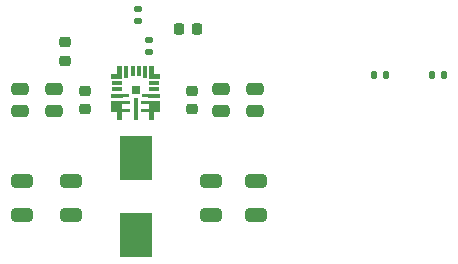
<source format=gbr>
%TF.GenerationSoftware,KiCad,Pcbnew,(6.0.0-0)*%
%TF.CreationDate,2022-06-13T23:55:57-07:00*%
%TF.ProjectId,max20499_breakout,6d617832-3034-4393-995f-627265616b6f,rev?*%
%TF.SameCoordinates,Original*%
%TF.FileFunction,Paste,Top*%
%TF.FilePolarity,Positive*%
%FSLAX46Y46*%
G04 Gerber Fmt 4.6, Leading zero omitted, Abs format (unit mm)*
G04 Created by KiCad (PCBNEW (6.0.0-0)) date 2022-06-13 23:55:57*
%MOMM*%
%LPD*%
G01*
G04 APERTURE LIST*
G04 Aperture macros list*
%AMRoundRect*
0 Rectangle with rounded corners*
0 $1 Rounding radius*
0 $2 $3 $4 $5 $6 $7 $8 $9 X,Y pos of 4 corners*
0 Add a 4 corners polygon primitive as box body*
4,1,4,$2,$3,$4,$5,$6,$7,$8,$9,$2,$3,0*
0 Add four circle primitives for the rounded corners*
1,1,$1+$1,$2,$3*
1,1,$1+$1,$4,$5*
1,1,$1+$1,$6,$7*
1,1,$1+$1,$8,$9*
0 Add four rect primitives between the rounded corners*
20,1,$1+$1,$2,$3,$4,$5,0*
20,1,$1+$1,$4,$5,$6,$7,0*
20,1,$1+$1,$6,$7,$8,$9,0*
20,1,$1+$1,$8,$9,$2,$3,0*%
%AMFreePoly0*
4,1,17,0.000354,1.075354,0.000500,1.075000,0.000500,0.000000,0.000354,-0.000354,0.000000,-0.000500,-0.900000,-0.000500,-0.900354,-0.000354,-0.900500,0.000000,-0.900500,0.400000,-0.900354,0.400354,-0.900000,0.400500,-0.450500,0.400500,-0.450500,1.075000,-0.450354,1.075354,-0.450000,1.075500,0.000000,1.075500,0.000354,1.075354,0.000354,1.075354,$1*%
%AMFreePoly1*
4,1,17,0.450354,1.075354,0.450500,1.075000,0.450500,0.400500,0.900000,0.400500,0.900354,0.400354,0.900500,0.400000,0.900500,0.000000,0.900354,-0.000354,0.900000,-0.000500,0.000000,-0.000500,-0.000354,-0.000354,-0.000500,0.000000,-0.000500,1.075000,-0.000354,1.075354,0.000000,1.075500,0.450000,1.075500,0.450354,1.075354,0.450354,1.075354,$1*%
%AMFreePoly2*
4,1,17,0.000354,0.000354,0.000500,0.000000,0.000500,-0.350000,0.000354,-0.350354,0.000000,-0.350500,-0.975000,-0.350500,-0.975354,-0.350354,-0.975500,-0.350000,-0.975500,-0.250500,-1.550000,-0.250500,-1.550354,-0.250354,-1.550500,-0.250000,-1.550500,0.000000,-1.550354,0.000354,-1.550000,0.000500,0.000000,0.000500,0.000354,0.000354,0.000354,0.000354,$1*%
%AMFreePoly3*
4,1,29,0.000035,0.000035,0.000050,0.000000,0.000050,-0.900000,0.000035,-0.900035,0.000000,-0.900050,-0.499950,-0.900050,-0.499950,-1.600000,-0.499965,-1.600035,-0.500000,-1.600050,-0.950000,-1.600050,-0.950035,-1.600035,-0.950050,-1.600000,-0.950050,-0.900050,-1.575000,-0.900050,-1.575035,-0.900035,-1.575050,-0.900000,-1.575050,-0.650000,-1.575035,-0.649965,-1.575000,-0.649950,-0.950050,-0.649950,
-0.950050,-0.250050,-1.575000,-0.250050,-1.575035,-0.250035,-1.575050,-0.250000,-1.575050,0.000000,-1.575035,0.000035,-1.575000,0.000050,0.000000,0.000050,0.000035,0.000035,0.000035,0.000035,$1*%
%AMFreePoly4*
4,1,29,1.575035,0.000035,1.575050,0.000000,1.575050,-0.250000,1.575035,-0.250035,1.575000,-0.250050,0.950050,-0.250050,0.950050,-0.649950,1.575000,-0.649950,1.575035,-0.649965,1.575050,-0.650000,1.575050,-0.900000,1.575035,-0.900035,1.575000,-0.900050,0.950050,-0.900050,0.950050,-1.600000,0.950035,-1.600035,0.950000,-1.600050,0.500000,-1.600050,0.499965,-1.600035,0.499950,-1.600000,
0.499950,-0.900050,0.000000,-0.900050,-0.000035,-0.900035,-0.000050,-0.900000,-0.000050,0.000000,-0.000035,0.000035,0.000000,0.000050,1.575000,0.000050,1.575035,0.000035,1.575035,0.000035,$1*%
%AMFreePoly5*
4,1,17,1.550354,0.000354,1.550500,0.000000,1.550500,-0.250000,1.550354,-0.250354,1.550000,-0.250500,0.975500,-0.250500,0.975500,-0.350000,0.975354,-0.350354,0.975000,-0.350500,0.000000,-0.350500,-0.000354,-0.350354,-0.000500,-0.350000,-0.000500,0.000000,-0.000354,0.000354,0.000000,0.000500,1.550000,0.000500,1.550354,0.000354,1.550354,0.000354,$1*%
G04 Aperture macros list end*
%ADD10RoundRect,0.135000X-0.185000X0.135000X-0.185000X-0.135000X0.185000X-0.135000X0.185000X0.135000X0*%
%ADD11RoundRect,0.135000X0.135000X0.185000X-0.135000X0.185000X-0.135000X-0.185000X0.135000X-0.185000X0*%
%ADD12RoundRect,0.225000X-0.250000X0.225000X-0.250000X-0.225000X0.250000X-0.225000X0.250000X0.225000X0*%
%ADD13RoundRect,0.250000X-0.475000X0.250000X-0.475000X-0.250000X0.475000X-0.250000X0.475000X0.250000X0*%
%ADD14RoundRect,0.250000X0.650000X-0.325000X0.650000X0.325000X-0.650000X0.325000X-0.650000X-0.325000X0*%
%ADD15RoundRect,0.225000X-0.225000X-0.250000X0.225000X-0.250000X0.225000X0.250000X-0.225000X0.250000X0*%
%ADD16R,0.650000X0.700000*%
%ADD17FreePoly0,0.000000*%
%ADD18R,0.350000X1.025000*%
%ADD19R,0.300000X0.925000*%
%ADD20FreePoly1,0.000000*%
%ADD21R,0.925000X0.300000*%
%ADD22FreePoly2,0.000000*%
%ADD23C,0.100000*%
%ADD24FreePoly3,0.000000*%
%ADD25R,0.350000X1.925000*%
%ADD26FreePoly4,0.000000*%
%ADD27FreePoly5,0.000000*%
%ADD28R,2.700000X3.850000*%
G04 APERTURE END LIST*
D10*
%TO.C,R4*%
X132630000Y-88750000D03*
X132630000Y-89770000D03*
%TD*%
%TO.C,R3*%
X131690000Y-86170000D03*
X131690000Y-87190000D03*
%TD*%
D11*
%TO.C,R2*%
X152740000Y-91710000D03*
X151720000Y-91710000D03*
%TD*%
%TO.C,R1*%
X157650000Y-91700000D03*
X156630000Y-91700000D03*
%TD*%
D12*
%TO.C,C2*%
X127220000Y-93065000D03*
X127220000Y-94615000D03*
%TD*%
D13*
%TO.C,C15*%
X121750000Y-92890000D03*
X121750000Y-94790000D03*
%TD*%
D14*
%TO.C,C8*%
X126030000Y-103635000D03*
X126030000Y-100685000D03*
%TD*%
D13*
%TO.C,C1*%
X124620000Y-94790000D03*
X124620000Y-92890000D03*
%TD*%
D15*
%TO.C,C5*%
X135215000Y-87840000D03*
X136765000Y-87840000D03*
%TD*%
D14*
%TO.C,C7*%
X137950000Y-103635000D03*
X137950000Y-100685000D03*
%TD*%
D16*
%TO.C,U1*%
X131530000Y-92980000D03*
D17*
X130380000Y-92055000D03*
D18*
X130755000Y-91492500D03*
D19*
X131280000Y-91442500D03*
X131780000Y-91442500D03*
D18*
X132305000Y-91492500D03*
D20*
X132680000Y-92055000D03*
D21*
X133117500Y-92455000D03*
X133117500Y-92955000D03*
D22*
X133580000Y-93330000D03*
D23*
X132995000Y-94265000D03*
D24*
X133580000Y-93980000D03*
D25*
X131530000Y-94617500D03*
D26*
X129480000Y-93980000D03*
D23*
X130010000Y-94275000D03*
D27*
X129480000Y-93330000D03*
D21*
X129942500Y-92955000D03*
X129942500Y-92455000D03*
%TD*%
D14*
%TO.C,C9*%
X121870000Y-103635000D03*
X121870000Y-100685000D03*
%TD*%
D13*
%TO.C,C16*%
X141630000Y-94785000D03*
X141630000Y-92885000D03*
%TD*%
D28*
%TO.C,L1*%
X131530000Y-98735000D03*
X131530000Y-105285000D03*
%TD*%
D14*
%TO.C,C10*%
X141720000Y-103635000D03*
X141720000Y-100685000D03*
%TD*%
D12*
%TO.C,C4*%
X136290000Y-93075000D03*
X136290000Y-94625000D03*
%TD*%
%TO.C,C6*%
X125520000Y-90525000D03*
X125520000Y-88975000D03*
%TD*%
D13*
%TO.C,C3*%
X138720000Y-92885000D03*
X138720000Y-94785000D03*
%TD*%
M02*

</source>
